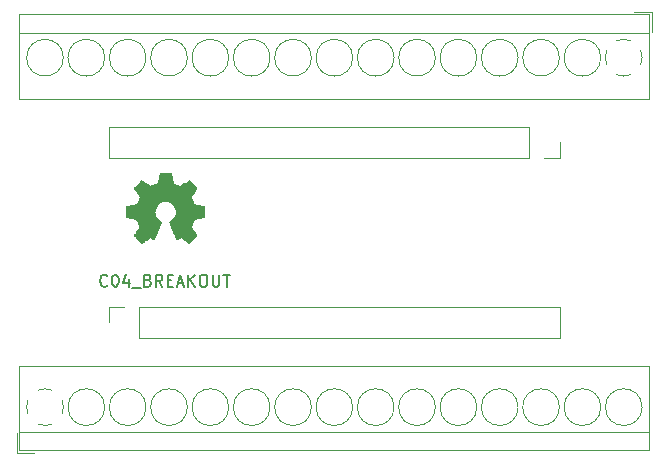
<source format=gbr>
G04 #@! TF.GenerationSoftware,KiCad,Pcbnew,5.1.5-52549c5~86~ubuntu18.04.1*
G04 #@! TF.CreationDate,2020-09-14T13:58:43-05:00*
G04 #@! TF.ProjectId,C04,4330342e-6b69-4636-9164-5f7063625858,rev?*
G04 #@! TF.SameCoordinates,Original*
G04 #@! TF.FileFunction,Legend,Top*
G04 #@! TF.FilePolarity,Positive*
%FSLAX46Y46*%
G04 Gerber Fmt 4.6, Leading zero omitted, Abs format (unit mm)*
G04 Created by KiCad (PCBNEW 5.1.5-52549c5~86~ubuntu18.04.1) date 2020-09-14 13:58:43*
%MOMM*%
%LPD*%
G04 APERTURE LIST*
%ADD10C,0.150000*%
%ADD11C,0.010000*%
%ADD12C,0.120000*%
G04 APERTURE END LIST*
D10*
X29990066Y-43537142D02*
X29942447Y-43584761D01*
X29799590Y-43632380D01*
X29704352Y-43632380D01*
X29561495Y-43584761D01*
X29466257Y-43489523D01*
X29418638Y-43394285D01*
X29371019Y-43203809D01*
X29371019Y-43060952D01*
X29418638Y-42870476D01*
X29466257Y-42775238D01*
X29561495Y-42680000D01*
X29704352Y-42632380D01*
X29799590Y-42632380D01*
X29942447Y-42680000D01*
X29990066Y-42727619D01*
X30609114Y-42632380D02*
X30704352Y-42632380D01*
X30799590Y-42680000D01*
X30847209Y-42727619D01*
X30894828Y-42822857D01*
X30942447Y-43013333D01*
X30942447Y-43251428D01*
X30894828Y-43441904D01*
X30847209Y-43537142D01*
X30799590Y-43584761D01*
X30704352Y-43632380D01*
X30609114Y-43632380D01*
X30513876Y-43584761D01*
X30466257Y-43537142D01*
X30418638Y-43441904D01*
X30371019Y-43251428D01*
X30371019Y-43013333D01*
X30418638Y-42822857D01*
X30466257Y-42727619D01*
X30513876Y-42680000D01*
X30609114Y-42632380D01*
X31799590Y-42965714D02*
X31799590Y-43632380D01*
X31561495Y-42584761D02*
X31323400Y-43299047D01*
X31942447Y-43299047D01*
X32085304Y-43727619D02*
X32847209Y-43727619D01*
X33418638Y-43108571D02*
X33561495Y-43156190D01*
X33609114Y-43203809D01*
X33656733Y-43299047D01*
X33656733Y-43441904D01*
X33609114Y-43537142D01*
X33561495Y-43584761D01*
X33466257Y-43632380D01*
X33085304Y-43632380D01*
X33085304Y-42632380D01*
X33418638Y-42632380D01*
X33513876Y-42680000D01*
X33561495Y-42727619D01*
X33609114Y-42822857D01*
X33609114Y-42918095D01*
X33561495Y-43013333D01*
X33513876Y-43060952D01*
X33418638Y-43108571D01*
X33085304Y-43108571D01*
X34656733Y-43632380D02*
X34323400Y-43156190D01*
X34085304Y-43632380D02*
X34085304Y-42632380D01*
X34466257Y-42632380D01*
X34561495Y-42680000D01*
X34609114Y-42727619D01*
X34656733Y-42822857D01*
X34656733Y-42965714D01*
X34609114Y-43060952D01*
X34561495Y-43108571D01*
X34466257Y-43156190D01*
X34085304Y-43156190D01*
X35085304Y-43108571D02*
X35418638Y-43108571D01*
X35561495Y-43632380D02*
X35085304Y-43632380D01*
X35085304Y-42632380D01*
X35561495Y-42632380D01*
X35942447Y-43346666D02*
X36418638Y-43346666D01*
X35847209Y-43632380D02*
X36180542Y-42632380D01*
X36513876Y-43632380D01*
X36847209Y-43632380D02*
X36847209Y-42632380D01*
X37418638Y-43632380D02*
X36990066Y-43060952D01*
X37418638Y-42632380D02*
X36847209Y-43203809D01*
X38037685Y-42632380D02*
X38228161Y-42632380D01*
X38323400Y-42680000D01*
X38418638Y-42775238D01*
X38466257Y-42965714D01*
X38466257Y-43299047D01*
X38418638Y-43489523D01*
X38323400Y-43584761D01*
X38228161Y-43632380D01*
X38037685Y-43632380D01*
X37942447Y-43584761D01*
X37847209Y-43489523D01*
X37799590Y-43299047D01*
X37799590Y-42965714D01*
X37847209Y-42775238D01*
X37942447Y-42680000D01*
X38037685Y-42632380D01*
X38894828Y-42632380D02*
X38894828Y-43441904D01*
X38942447Y-43537142D01*
X38990066Y-43584761D01*
X39085304Y-43632380D01*
X39275780Y-43632380D01*
X39371019Y-43584761D01*
X39418638Y-43537142D01*
X39466257Y-43441904D01*
X39466257Y-42632380D01*
X39799590Y-42632380D02*
X40371019Y-42632380D01*
X40085304Y-43632380D02*
X40085304Y-42632380D01*
D11*
G36*
X35430014Y-34451331D02*
G01*
X35513835Y-34895955D01*
X35823120Y-35023453D01*
X36132406Y-35150951D01*
X36503446Y-34898646D01*
X36607357Y-34828396D01*
X36701287Y-34765672D01*
X36780852Y-34713338D01*
X36841670Y-34674257D01*
X36879357Y-34651293D01*
X36889621Y-34646342D01*
X36908110Y-34659076D01*
X36947620Y-34694282D01*
X37003722Y-34747462D01*
X37071987Y-34814118D01*
X37147986Y-34889754D01*
X37227292Y-34969872D01*
X37305475Y-35049974D01*
X37378107Y-35125564D01*
X37440759Y-35192145D01*
X37489003Y-35245218D01*
X37518410Y-35280287D01*
X37525441Y-35292023D01*
X37515323Y-35313660D01*
X37486959Y-35361062D01*
X37443329Y-35429593D01*
X37387418Y-35514615D01*
X37322206Y-35611493D01*
X37284419Y-35666750D01*
X37215543Y-35767648D01*
X37154340Y-35858699D01*
X37103778Y-35935370D01*
X37066828Y-35993128D01*
X37046458Y-36027443D01*
X37043397Y-36034654D01*
X37050336Y-36055148D01*
X37069251Y-36102913D01*
X37097287Y-36171232D01*
X37131591Y-36253389D01*
X37169309Y-36342670D01*
X37207587Y-36432358D01*
X37243570Y-36515738D01*
X37274406Y-36586094D01*
X37297239Y-36636710D01*
X37309217Y-36660871D01*
X37309924Y-36661822D01*
X37328731Y-36666436D01*
X37378818Y-36676728D01*
X37454993Y-36691687D01*
X37552065Y-36710301D01*
X37664843Y-36731559D01*
X37730642Y-36743818D01*
X37851150Y-36766762D01*
X37959997Y-36788595D01*
X38051676Y-36808122D01*
X38120681Y-36824148D01*
X38161504Y-36835479D01*
X38169711Y-36839074D01*
X38177748Y-36863406D01*
X38184233Y-36918359D01*
X38189170Y-36997508D01*
X38192564Y-37094426D01*
X38194418Y-37202687D01*
X38194738Y-37315865D01*
X38193527Y-37427535D01*
X38190790Y-37531268D01*
X38186531Y-37620641D01*
X38180755Y-37689226D01*
X38173467Y-37730597D01*
X38169095Y-37739210D01*
X38142964Y-37749533D01*
X38087593Y-37764292D01*
X38010307Y-37781752D01*
X37918430Y-37800180D01*
X37886358Y-37806141D01*
X37731724Y-37834466D01*
X37609575Y-37857276D01*
X37515873Y-37875480D01*
X37446584Y-37889983D01*
X37397671Y-37901692D01*
X37365097Y-37911515D01*
X37344828Y-37920356D01*
X37332826Y-37929124D01*
X37331147Y-37930857D01*
X37314384Y-37958771D01*
X37288814Y-38013095D01*
X37256988Y-38087177D01*
X37221460Y-38174365D01*
X37184783Y-38268008D01*
X37149511Y-38361452D01*
X37118196Y-38448047D01*
X37093393Y-38521140D01*
X37077654Y-38574078D01*
X37073532Y-38600211D01*
X37073876Y-38601126D01*
X37087841Y-38622486D01*
X37119522Y-38669484D01*
X37165591Y-38737227D01*
X37222718Y-38820823D01*
X37287573Y-38915382D01*
X37306043Y-38942254D01*
X37371899Y-39039675D01*
X37429850Y-39128563D01*
X37476738Y-39203812D01*
X37509407Y-39260320D01*
X37524700Y-39292981D01*
X37525441Y-39296993D01*
X37512592Y-39318084D01*
X37477088Y-39359864D01*
X37423493Y-39417845D01*
X37356371Y-39487535D01*
X37280287Y-39564445D01*
X37199804Y-39644083D01*
X37119487Y-39721961D01*
X37043899Y-39793586D01*
X36977605Y-39854470D01*
X36925169Y-39900121D01*
X36891155Y-39926050D01*
X36881745Y-39930283D01*
X36859843Y-39920312D01*
X36815000Y-39893420D01*
X36754521Y-39854136D01*
X36707989Y-39822517D01*
X36623675Y-39764498D01*
X36523826Y-39696184D01*
X36423673Y-39627979D01*
X36369827Y-39591475D01*
X36187571Y-39468200D01*
X36034581Y-39550920D01*
X35964882Y-39587159D01*
X35905614Y-39615326D01*
X35865511Y-39631391D01*
X35855303Y-39633626D01*
X35843029Y-39617122D01*
X35818813Y-39570482D01*
X35784463Y-39498009D01*
X35741788Y-39404006D01*
X35692594Y-39292774D01*
X35638690Y-39168615D01*
X35581884Y-39035832D01*
X35523982Y-38898727D01*
X35466793Y-38761602D01*
X35412124Y-38628758D01*
X35361784Y-38504498D01*
X35317580Y-38393125D01*
X35281319Y-38298939D01*
X35254809Y-38226244D01*
X35239858Y-38179341D01*
X35237454Y-38163233D01*
X35256511Y-38142686D01*
X35298236Y-38109333D01*
X35353906Y-38070102D01*
X35358578Y-38066999D01*
X35502464Y-37951823D01*
X35618483Y-37817453D01*
X35705630Y-37668184D01*
X35762899Y-37508313D01*
X35789286Y-37342137D01*
X35783785Y-37173952D01*
X35745390Y-37008055D01*
X35673095Y-36848742D01*
X35651826Y-36813887D01*
X35541196Y-36673137D01*
X35410502Y-36560114D01*
X35264264Y-36475403D01*
X35107008Y-36419594D01*
X34943257Y-36393274D01*
X34777533Y-36397030D01*
X34614362Y-36431450D01*
X34458265Y-36497123D01*
X34313767Y-36594635D01*
X34269069Y-36634213D01*
X34155312Y-36758103D01*
X34072418Y-36888524D01*
X34015556Y-37034715D01*
X33983887Y-37179488D01*
X33976069Y-37342260D01*
X34002138Y-37505840D01*
X34059445Y-37664698D01*
X34145344Y-37813306D01*
X34257186Y-37946135D01*
X34392323Y-38057656D01*
X34410083Y-38069411D01*
X34466350Y-38107908D01*
X34509123Y-38141263D01*
X34529572Y-38162560D01*
X34529869Y-38163233D01*
X34525479Y-38186271D01*
X34508076Y-38238557D01*
X34479468Y-38315790D01*
X34441465Y-38413668D01*
X34395874Y-38527891D01*
X34344503Y-38654158D01*
X34289162Y-38788167D01*
X34231658Y-38925618D01*
X34173801Y-39062208D01*
X34117398Y-39193637D01*
X34064258Y-39315605D01*
X34016190Y-39423809D01*
X33975001Y-39513949D01*
X33942501Y-39581723D01*
X33920497Y-39622830D01*
X33911636Y-39633626D01*
X33884560Y-39625219D01*
X33833897Y-39602672D01*
X33768383Y-39570013D01*
X33732359Y-39550920D01*
X33579368Y-39468200D01*
X33397112Y-39591475D01*
X33304075Y-39654628D01*
X33202215Y-39724127D01*
X33106762Y-39789565D01*
X33058950Y-39822517D01*
X32991705Y-39867673D01*
X32934764Y-39903457D01*
X32895554Y-39925338D01*
X32882819Y-39929963D01*
X32864283Y-39917485D01*
X32823259Y-39882652D01*
X32763725Y-39829078D01*
X32689658Y-39760383D01*
X32605035Y-39680181D01*
X32551515Y-39628686D01*
X32457881Y-39536686D01*
X32376959Y-39454399D01*
X32312023Y-39385345D01*
X32266342Y-39333044D01*
X32243189Y-39301016D01*
X32240968Y-39294516D01*
X32251276Y-39269794D01*
X32279761Y-39219805D01*
X32323263Y-39149612D01*
X32378623Y-39064275D01*
X32442680Y-38968856D01*
X32460897Y-38942254D01*
X32527273Y-38845567D01*
X32586822Y-38758517D01*
X32636216Y-38685995D01*
X32672125Y-38632893D01*
X32691219Y-38604103D01*
X32693064Y-38601126D01*
X32690305Y-38578182D01*
X32675662Y-38527736D01*
X32651687Y-38456441D01*
X32620934Y-38370947D01*
X32585956Y-38277907D01*
X32549307Y-38183974D01*
X32513539Y-38095799D01*
X32481206Y-38020034D01*
X32454862Y-37963331D01*
X32437058Y-37932343D01*
X32435793Y-37930857D01*
X32424906Y-37922001D01*
X32406518Y-37913243D01*
X32376594Y-37903677D01*
X32331097Y-37892396D01*
X32265991Y-37878493D01*
X32177239Y-37861063D01*
X32060807Y-37839198D01*
X31912658Y-37811991D01*
X31880582Y-37806141D01*
X31785514Y-37787774D01*
X31702635Y-37769805D01*
X31639270Y-37753969D01*
X31602742Y-37742000D01*
X31597844Y-37739210D01*
X31589773Y-37714472D01*
X31583213Y-37659190D01*
X31578167Y-37579789D01*
X31574641Y-37482696D01*
X31572639Y-37374338D01*
X31572164Y-37261140D01*
X31573223Y-37149528D01*
X31575818Y-37045929D01*
X31579954Y-36956768D01*
X31585637Y-36888472D01*
X31592869Y-36847466D01*
X31597229Y-36839074D01*
X31621502Y-36830608D01*
X31676774Y-36816835D01*
X31757538Y-36798950D01*
X31858288Y-36778148D01*
X31973517Y-36755623D01*
X32036298Y-36743818D01*
X32155413Y-36721551D01*
X32261635Y-36701379D01*
X32349773Y-36684315D01*
X32414634Y-36671369D01*
X32451026Y-36663555D01*
X32457016Y-36661822D01*
X32467139Y-36642290D01*
X32488538Y-36595243D01*
X32518361Y-36527403D01*
X32553755Y-36445491D01*
X32591868Y-36356228D01*
X32629847Y-36266335D01*
X32664840Y-36182535D01*
X32693994Y-36111547D01*
X32714457Y-36060094D01*
X32723377Y-36034897D01*
X32723543Y-36033796D01*
X32713431Y-36013919D01*
X32685083Y-35968177D01*
X32641477Y-35901117D01*
X32585594Y-35817284D01*
X32520413Y-35721226D01*
X32482521Y-35666050D01*
X32413475Y-35564881D01*
X32352150Y-35473030D01*
X32301537Y-35395144D01*
X32264629Y-35335869D01*
X32244418Y-35299851D01*
X32241499Y-35291777D01*
X32254047Y-35272984D01*
X32288737Y-35232857D01*
X32341137Y-35175893D01*
X32406816Y-35106585D01*
X32481344Y-35029431D01*
X32560287Y-34948925D01*
X32639217Y-34869563D01*
X32713700Y-34795840D01*
X32779306Y-34732252D01*
X32831604Y-34683294D01*
X32866161Y-34653461D01*
X32877722Y-34646342D01*
X32896546Y-34656353D01*
X32941569Y-34684478D01*
X33008413Y-34727854D01*
X33092701Y-34783618D01*
X33190056Y-34848906D01*
X33263493Y-34898646D01*
X33634533Y-35150951D01*
X34253105Y-34895955D01*
X34336925Y-34451331D01*
X34420746Y-34006707D01*
X35346194Y-34006707D01*
X35430014Y-34451331D01*
G37*
X35430014Y-34451331D02*
X35513835Y-34895955D01*
X35823120Y-35023453D01*
X36132406Y-35150951D01*
X36503446Y-34898646D01*
X36607357Y-34828396D01*
X36701287Y-34765672D01*
X36780852Y-34713338D01*
X36841670Y-34674257D01*
X36879357Y-34651293D01*
X36889621Y-34646342D01*
X36908110Y-34659076D01*
X36947620Y-34694282D01*
X37003722Y-34747462D01*
X37071987Y-34814118D01*
X37147986Y-34889754D01*
X37227292Y-34969872D01*
X37305475Y-35049974D01*
X37378107Y-35125564D01*
X37440759Y-35192145D01*
X37489003Y-35245218D01*
X37518410Y-35280287D01*
X37525441Y-35292023D01*
X37515323Y-35313660D01*
X37486959Y-35361062D01*
X37443329Y-35429593D01*
X37387418Y-35514615D01*
X37322206Y-35611493D01*
X37284419Y-35666750D01*
X37215543Y-35767648D01*
X37154340Y-35858699D01*
X37103778Y-35935370D01*
X37066828Y-35993128D01*
X37046458Y-36027443D01*
X37043397Y-36034654D01*
X37050336Y-36055148D01*
X37069251Y-36102913D01*
X37097287Y-36171232D01*
X37131591Y-36253389D01*
X37169309Y-36342670D01*
X37207587Y-36432358D01*
X37243570Y-36515738D01*
X37274406Y-36586094D01*
X37297239Y-36636710D01*
X37309217Y-36660871D01*
X37309924Y-36661822D01*
X37328731Y-36666436D01*
X37378818Y-36676728D01*
X37454993Y-36691687D01*
X37552065Y-36710301D01*
X37664843Y-36731559D01*
X37730642Y-36743818D01*
X37851150Y-36766762D01*
X37959997Y-36788595D01*
X38051676Y-36808122D01*
X38120681Y-36824148D01*
X38161504Y-36835479D01*
X38169711Y-36839074D01*
X38177748Y-36863406D01*
X38184233Y-36918359D01*
X38189170Y-36997508D01*
X38192564Y-37094426D01*
X38194418Y-37202687D01*
X38194738Y-37315865D01*
X38193527Y-37427535D01*
X38190790Y-37531268D01*
X38186531Y-37620641D01*
X38180755Y-37689226D01*
X38173467Y-37730597D01*
X38169095Y-37739210D01*
X38142964Y-37749533D01*
X38087593Y-37764292D01*
X38010307Y-37781752D01*
X37918430Y-37800180D01*
X37886358Y-37806141D01*
X37731724Y-37834466D01*
X37609575Y-37857276D01*
X37515873Y-37875480D01*
X37446584Y-37889983D01*
X37397671Y-37901692D01*
X37365097Y-37911515D01*
X37344828Y-37920356D01*
X37332826Y-37929124D01*
X37331147Y-37930857D01*
X37314384Y-37958771D01*
X37288814Y-38013095D01*
X37256988Y-38087177D01*
X37221460Y-38174365D01*
X37184783Y-38268008D01*
X37149511Y-38361452D01*
X37118196Y-38448047D01*
X37093393Y-38521140D01*
X37077654Y-38574078D01*
X37073532Y-38600211D01*
X37073876Y-38601126D01*
X37087841Y-38622486D01*
X37119522Y-38669484D01*
X37165591Y-38737227D01*
X37222718Y-38820823D01*
X37287573Y-38915382D01*
X37306043Y-38942254D01*
X37371899Y-39039675D01*
X37429850Y-39128563D01*
X37476738Y-39203812D01*
X37509407Y-39260320D01*
X37524700Y-39292981D01*
X37525441Y-39296993D01*
X37512592Y-39318084D01*
X37477088Y-39359864D01*
X37423493Y-39417845D01*
X37356371Y-39487535D01*
X37280287Y-39564445D01*
X37199804Y-39644083D01*
X37119487Y-39721961D01*
X37043899Y-39793586D01*
X36977605Y-39854470D01*
X36925169Y-39900121D01*
X36891155Y-39926050D01*
X36881745Y-39930283D01*
X36859843Y-39920312D01*
X36815000Y-39893420D01*
X36754521Y-39854136D01*
X36707989Y-39822517D01*
X36623675Y-39764498D01*
X36523826Y-39696184D01*
X36423673Y-39627979D01*
X36369827Y-39591475D01*
X36187571Y-39468200D01*
X36034581Y-39550920D01*
X35964882Y-39587159D01*
X35905614Y-39615326D01*
X35865511Y-39631391D01*
X35855303Y-39633626D01*
X35843029Y-39617122D01*
X35818813Y-39570482D01*
X35784463Y-39498009D01*
X35741788Y-39404006D01*
X35692594Y-39292774D01*
X35638690Y-39168615D01*
X35581884Y-39035832D01*
X35523982Y-38898727D01*
X35466793Y-38761602D01*
X35412124Y-38628758D01*
X35361784Y-38504498D01*
X35317580Y-38393125D01*
X35281319Y-38298939D01*
X35254809Y-38226244D01*
X35239858Y-38179341D01*
X35237454Y-38163233D01*
X35256511Y-38142686D01*
X35298236Y-38109333D01*
X35353906Y-38070102D01*
X35358578Y-38066999D01*
X35502464Y-37951823D01*
X35618483Y-37817453D01*
X35705630Y-37668184D01*
X35762899Y-37508313D01*
X35789286Y-37342137D01*
X35783785Y-37173952D01*
X35745390Y-37008055D01*
X35673095Y-36848742D01*
X35651826Y-36813887D01*
X35541196Y-36673137D01*
X35410502Y-36560114D01*
X35264264Y-36475403D01*
X35107008Y-36419594D01*
X34943257Y-36393274D01*
X34777533Y-36397030D01*
X34614362Y-36431450D01*
X34458265Y-36497123D01*
X34313767Y-36594635D01*
X34269069Y-36634213D01*
X34155312Y-36758103D01*
X34072418Y-36888524D01*
X34015556Y-37034715D01*
X33983887Y-37179488D01*
X33976069Y-37342260D01*
X34002138Y-37505840D01*
X34059445Y-37664698D01*
X34145344Y-37813306D01*
X34257186Y-37946135D01*
X34392323Y-38057656D01*
X34410083Y-38069411D01*
X34466350Y-38107908D01*
X34509123Y-38141263D01*
X34529572Y-38162560D01*
X34529869Y-38163233D01*
X34525479Y-38186271D01*
X34508076Y-38238557D01*
X34479468Y-38315790D01*
X34441465Y-38413668D01*
X34395874Y-38527891D01*
X34344503Y-38654158D01*
X34289162Y-38788167D01*
X34231658Y-38925618D01*
X34173801Y-39062208D01*
X34117398Y-39193637D01*
X34064258Y-39315605D01*
X34016190Y-39423809D01*
X33975001Y-39513949D01*
X33942501Y-39581723D01*
X33920497Y-39622830D01*
X33911636Y-39633626D01*
X33884560Y-39625219D01*
X33833897Y-39602672D01*
X33768383Y-39570013D01*
X33732359Y-39550920D01*
X33579368Y-39468200D01*
X33397112Y-39591475D01*
X33304075Y-39654628D01*
X33202215Y-39724127D01*
X33106762Y-39789565D01*
X33058950Y-39822517D01*
X32991705Y-39867673D01*
X32934764Y-39903457D01*
X32895554Y-39925338D01*
X32882819Y-39929963D01*
X32864283Y-39917485D01*
X32823259Y-39882652D01*
X32763725Y-39829078D01*
X32689658Y-39760383D01*
X32605035Y-39680181D01*
X32551515Y-39628686D01*
X32457881Y-39536686D01*
X32376959Y-39454399D01*
X32312023Y-39385345D01*
X32266342Y-39333044D01*
X32243189Y-39301016D01*
X32240968Y-39294516D01*
X32251276Y-39269794D01*
X32279761Y-39219805D01*
X32323263Y-39149612D01*
X32378623Y-39064275D01*
X32442680Y-38968856D01*
X32460897Y-38942254D01*
X32527273Y-38845567D01*
X32586822Y-38758517D01*
X32636216Y-38685995D01*
X32672125Y-38632893D01*
X32691219Y-38604103D01*
X32693064Y-38601126D01*
X32690305Y-38578182D01*
X32675662Y-38527736D01*
X32651687Y-38456441D01*
X32620934Y-38370947D01*
X32585956Y-38277907D01*
X32549307Y-38183974D01*
X32513539Y-38095799D01*
X32481206Y-38020034D01*
X32454862Y-37963331D01*
X32437058Y-37932343D01*
X32435793Y-37930857D01*
X32424906Y-37922001D01*
X32406518Y-37913243D01*
X32376594Y-37903677D01*
X32331097Y-37892396D01*
X32265991Y-37878493D01*
X32177239Y-37861063D01*
X32060807Y-37839198D01*
X31912658Y-37811991D01*
X31880582Y-37806141D01*
X31785514Y-37787774D01*
X31702635Y-37769805D01*
X31639270Y-37753969D01*
X31602742Y-37742000D01*
X31597844Y-37739210D01*
X31589773Y-37714472D01*
X31583213Y-37659190D01*
X31578167Y-37579789D01*
X31574641Y-37482696D01*
X31572639Y-37374338D01*
X31572164Y-37261140D01*
X31573223Y-37149528D01*
X31575818Y-37045929D01*
X31579954Y-36956768D01*
X31585637Y-36888472D01*
X31592869Y-36847466D01*
X31597229Y-36839074D01*
X31621502Y-36830608D01*
X31676774Y-36816835D01*
X31757538Y-36798950D01*
X31858288Y-36778148D01*
X31973517Y-36755623D01*
X32036298Y-36743818D01*
X32155413Y-36721551D01*
X32261635Y-36701379D01*
X32349773Y-36684315D01*
X32414634Y-36671369D01*
X32451026Y-36663555D01*
X32457016Y-36661822D01*
X32467139Y-36642290D01*
X32488538Y-36595243D01*
X32518361Y-36527403D01*
X32553755Y-36445491D01*
X32591868Y-36356228D01*
X32629847Y-36266335D01*
X32664840Y-36182535D01*
X32693994Y-36111547D01*
X32714457Y-36060094D01*
X32723377Y-36034897D01*
X32723543Y-36033796D01*
X32713431Y-36013919D01*
X32685083Y-35968177D01*
X32641477Y-35901117D01*
X32585594Y-35817284D01*
X32520413Y-35721226D01*
X32482521Y-35666050D01*
X32413475Y-35564881D01*
X32352150Y-35473030D01*
X32301537Y-35395144D01*
X32264629Y-35335869D01*
X32244418Y-35299851D01*
X32241499Y-35291777D01*
X32254047Y-35272984D01*
X32288737Y-35232857D01*
X32341137Y-35175893D01*
X32406816Y-35106585D01*
X32481344Y-35029431D01*
X32560287Y-34948925D01*
X32639217Y-34869563D01*
X32713700Y-34795840D01*
X32779306Y-34732252D01*
X32831604Y-34683294D01*
X32866161Y-34653461D01*
X32877722Y-34646342D01*
X32896546Y-34656353D01*
X32941569Y-34684478D01*
X33008413Y-34727854D01*
X33092701Y-34783618D01*
X33190056Y-34848906D01*
X33263493Y-34898646D01*
X33634533Y-35150951D01*
X34253105Y-34895955D01*
X34336925Y-34451331D01*
X34420746Y-34006707D01*
X35346194Y-34006707D01*
X35430014Y-34451331D01*
D12*
X22310000Y-57743000D02*
X23810000Y-57743000D01*
X22310000Y-56003000D02*
X22310000Y-57743000D01*
X75870000Y-50383000D02*
X75870000Y-57503000D01*
X22550000Y-50383000D02*
X22550000Y-57503000D01*
X22550000Y-57503000D02*
X75870000Y-57503000D01*
X22550000Y-50383000D02*
X75870000Y-50383000D01*
X22550000Y-55943000D02*
X75870000Y-55943000D01*
X75265000Y-53843000D02*
G75*
G03X75265000Y-53843000I-1555000J0D01*
G01*
X71765000Y-53843000D02*
G75*
G03X71765000Y-53843000I-1555000J0D01*
G01*
X68265000Y-53843000D02*
G75*
G03X68265000Y-53843000I-1555000J0D01*
G01*
X64765000Y-53843000D02*
G75*
G03X64765000Y-53843000I-1555000J0D01*
G01*
X61265000Y-53843000D02*
G75*
G03X61265000Y-53843000I-1555000J0D01*
G01*
X57765000Y-53843000D02*
G75*
G03X57765000Y-53843000I-1555000J0D01*
G01*
X54265000Y-53843000D02*
G75*
G03X54265000Y-53843000I-1555000J0D01*
G01*
X50765000Y-53843000D02*
G75*
G03X50765000Y-53843000I-1555000J0D01*
G01*
X47265000Y-53843000D02*
G75*
G03X47265000Y-53843000I-1555000J0D01*
G01*
X43765000Y-53843000D02*
G75*
G03X43765000Y-53843000I-1555000J0D01*
G01*
X40265000Y-53843000D02*
G75*
G03X40265000Y-53843000I-1555000J0D01*
G01*
X36765000Y-53843000D02*
G75*
G03X36765000Y-53843000I-1555000J0D01*
G01*
X33265000Y-53843000D02*
G75*
G03X33265000Y-53843000I-1555000J0D01*
G01*
X29765000Y-53843000D02*
G75*
G03X29765000Y-53843000I-1555000J0D01*
G01*
X24737011Y-55398492D02*
G75*
G02X24102000Y-55275000I-27011J1555492D01*
G01*
X23277891Y-54450742D02*
G75*
G02X23278000Y-53235000I1432109J607742D01*
G01*
X24102258Y-52410891D02*
G75*
G02X25318000Y-52411000I607742J-1432109D01*
G01*
X26142109Y-53235258D02*
G75*
G02X26142000Y-54451000I-1432109J-607742D01*
G01*
X25317587Y-55274385D02*
G75*
G02X24710000Y-55398000I-607587J1431385D01*
G01*
X30100000Y-46670000D02*
X30100000Y-45340000D01*
X30100000Y-45340000D02*
X31430000Y-45340000D01*
X32700000Y-45340000D02*
X68320000Y-45340000D01*
X68320000Y-48000000D02*
X68320000Y-45340000D01*
X32700000Y-48000000D02*
X68320000Y-48000000D01*
X32700000Y-48000000D02*
X32700000Y-45340000D01*
X68320000Y-31430000D02*
X68320000Y-32760000D01*
X68320000Y-32760000D02*
X66990000Y-32760000D01*
X65720000Y-32760000D02*
X30100000Y-32760000D01*
X30100000Y-30100000D02*
X30100000Y-32760000D01*
X65720000Y-30100000D02*
X30100000Y-30100000D01*
X65720000Y-30100000D02*
X65720000Y-32760000D01*
X76110000Y-20357000D02*
X74610000Y-20357000D01*
X76110000Y-22097000D02*
X76110000Y-20357000D01*
X22550000Y-27717000D02*
X22550000Y-20597000D01*
X75870000Y-27717000D02*
X75870000Y-20597000D01*
X75870000Y-20597000D02*
X22550000Y-20597000D01*
X75870000Y-27717000D02*
X22550000Y-27717000D01*
X75870000Y-22157000D02*
X22550000Y-22157000D01*
X26265000Y-24257000D02*
G75*
G03X26265000Y-24257000I-1555000J0D01*
G01*
X29765000Y-24257000D02*
G75*
G03X29765000Y-24257000I-1555000J0D01*
G01*
X33265000Y-24257000D02*
G75*
G03X33265000Y-24257000I-1555000J0D01*
G01*
X36765000Y-24257000D02*
G75*
G03X36765000Y-24257000I-1555000J0D01*
G01*
X40265000Y-24257000D02*
G75*
G03X40265000Y-24257000I-1555000J0D01*
G01*
X43765000Y-24257000D02*
G75*
G03X43765000Y-24257000I-1555000J0D01*
G01*
X47265000Y-24257000D02*
G75*
G03X47265000Y-24257000I-1555000J0D01*
G01*
X50765000Y-24257000D02*
G75*
G03X50765000Y-24257000I-1555000J0D01*
G01*
X54265000Y-24257000D02*
G75*
G03X54265000Y-24257000I-1555000J0D01*
G01*
X57765000Y-24257000D02*
G75*
G03X57765000Y-24257000I-1555000J0D01*
G01*
X61265000Y-24257000D02*
G75*
G03X61265000Y-24257000I-1555000J0D01*
G01*
X64765000Y-24257000D02*
G75*
G03X64765000Y-24257000I-1555000J0D01*
G01*
X68265000Y-24257000D02*
G75*
G03X68265000Y-24257000I-1555000J0D01*
G01*
X71765000Y-24257000D02*
G75*
G03X71765000Y-24257000I-1555000J0D01*
G01*
X73682989Y-22701508D02*
G75*
G02X74318000Y-22825000I27011J-1555492D01*
G01*
X75142109Y-23649258D02*
G75*
G02X75142000Y-24865000I-1432109J-607742D01*
G01*
X74317742Y-25689109D02*
G75*
G02X73102000Y-25689000I-607742J1432109D01*
G01*
X72277891Y-24864742D02*
G75*
G02X72278000Y-23649000I1432109J607742D01*
G01*
X73102413Y-22825615D02*
G75*
G02X73710000Y-22702000I607587J-1431385D01*
G01*
M02*

</source>
